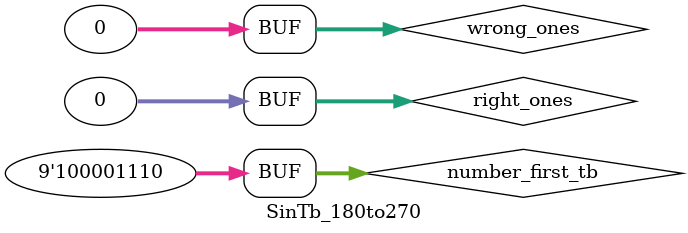
<source format=v>
`timescale 1ns / 1ps



module SinTb_180to270();

    reg [8:0]number_first_tb;
    wire whole_tb;
    wire [6:0]fraction_tb;
    wire sign_tb;
    reg [31:0]right_ones = 0;
    reg [31:0]wrong_ones = 0;
    
    Sin uut(.number_first(number_first_tb), 
            .whole(whole_tb), 
            .fraction(fraction_tb), 
            .sign(sign_tb)
            );
            
   initial begin
        number_first_tb = 180;
        //Exact Result = 0.0
        #5
        if((whole_tb == 0)&(fraction_tb == 0)&(sign_tb == 0)) begin
            right_ones = right_ones + 1;
        end
        if((whole_tb != 0)|(fraction_tb != 0)|(sign_tb != 0)) begin
            wrong_ones = wrong_ones + 1;
        end
        #5;
        number_first_tb = 181;
        //Exact Result = -0.017452406437283637
        #5
        if((whole_tb == 0)&(fraction_tb == 1)&(sign_tb == 1)) begin
            right_ones = right_ones + 1;
        end
        if((whole_tb != 0)|(fraction_tb != 1)|(sign_tb != 1)) begin
            wrong_ones = wrong_ones + 1;
        end
        #5;
        number_first_tb = 182;
        //Exact Result = -0.0348994967025009
        #5
        if((whole_tb == 0)&(fraction_tb == 3)&(sign_tb == 1)) begin
            right_ones = right_ones + 1;
        end
        if((whole_tb != 0)|(fraction_tb != 3)|(sign_tb != 1)) begin
            wrong_ones = wrong_ones + 1;
        end
        #5;
        number_first_tb = 183;
        //Exact Result = -0.052335956242943564
        #5
        if((whole_tb == 0)&(fraction_tb == 5)&(sign_tb == 1)) begin
            right_ones = right_ones + 1;
        end
        if((whole_tb != 0)|(fraction_tb != 5)|(sign_tb != 1)) begin
            wrong_ones = wrong_ones + 1;
        end
        #5;
        number_first_tb = 184;
        //Exact Result = -0.06975647374412527
        #5
        if((whole_tb == 0)&(fraction_tb == 6)&(sign_tb == 1)) begin
            right_ones = right_ones + 1;
        end
        if((whole_tb != 0)|(fraction_tb != 6)|(sign_tb != 1)) begin
            wrong_ones = wrong_ones + 1;
        end
        #5;
        number_first_tb = 185;
        //Exact Result = -0.08715574274765794
        #5
        if((whole_tb == 0)&(fraction_tb == 8)&(sign_tb == 1)) begin
            right_ones = right_ones + 1;
        end
        if((whole_tb != 0)|(fraction_tb != 8)|(sign_tb != 1)) begin
            wrong_ones = wrong_ones + 1;
        end
        #5;
        number_first_tb = 186;
        //Exact Result = -0.1045284632676535
        #5
        if((whole_tb == 0)&(fraction_tb == 10)&(sign_tb == 1)) begin
            right_ones = right_ones + 1;
        end
        if((whole_tb != 0)|(fraction_tb != 10)|(sign_tb != 1)) begin
            wrong_ones = wrong_ones + 1;
        end
        #5;
        number_first_tb = 187;
        //Exact Result = -0.12186934340514731
        #5
        if((whole_tb == 0)&(fraction_tb == 12)&(sign_tb == 1)) begin
            right_ones = right_ones + 1;
        end
        if((whole_tb != 0)|(fraction_tb != 12)|(sign_tb != 1)) begin
            wrong_ones = wrong_ones + 1;
        end
        #5;
        number_first_tb = 188;
        //Exact Result = -0.13917310096006552
        #5
        if((whole_tb == 0)&(fraction_tb == 13)&(sign_tb == 1)) begin
            right_ones = right_ones + 1;
        end
        if((whole_tb != 0)|(fraction_tb != 13)|(sign_tb != 1)) begin
            wrong_ones = wrong_ones + 1;
        end
        #5;
        number_first_tb = 189;
        //Exact Result = -0.15643446504023073
        #5
        if((whole_tb == 0)&(fraction_tb == 15)&(sign_tb == 1)) begin
            right_ones = right_ones + 1;
        end
        if((whole_tb != 0)|(fraction_tb != 15)|(sign_tb != 1)) begin
            wrong_ones = wrong_ones + 1;
        end
        #5;
        number_first_tb = 190;
        //Exact Result = -0.17364817766693047
        #5
        if((whole_tb == 0)&(fraction_tb == 17)&(sign_tb == 1)) begin
            right_ones = right_ones + 1;
        end
        if((whole_tb != 0)|(fraction_tb != 17)|(sign_tb != 1)) begin
            wrong_ones = wrong_ones + 1;
        end
        #5;
        number_first_tb = 191;
        //Exact Result = -0.19080899537654472
        #5
        if((whole_tb == 0)&(fraction_tb == 19)&(sign_tb == 1)) begin
            right_ones = right_ones + 1;
        end
        if((whole_tb != 0)|(fraction_tb != 19)|(sign_tb != 1)) begin
            wrong_ones = wrong_ones + 1;
        end
        #5;
        number_first_tb = 192;
        //Exact Result = -0.2079116908177595
        #5
        if((whole_tb == 0)&(fraction_tb == 20)&(sign_tb == 1)) begin
            right_ones = right_ones + 1;
        end
        if((whole_tb != 0)|(fraction_tb != 20)|(sign_tb != 1)) begin
            wrong_ones = wrong_ones + 1;
        end
        #5;
        number_first_tb = 193;
        //Exact Result = -0.22495105434386498
        #5
        if((whole_tb == 0)&(fraction_tb == 22)&(sign_tb == 1)) begin
            right_ones = right_ones + 1;
        end
        if((whole_tb != 0)|(fraction_tb != 22)|(sign_tb != 1)) begin
            wrong_ones = wrong_ones + 1;
        end
        #5;
        number_first_tb = 194;
        //Exact Result = -0.2419218955996675
        #5
        if((whole_tb == 0)&(fraction_tb == 24)&(sign_tb == 1)) begin
            right_ones = right_ones + 1;
        end
        if((whole_tb != 0)|(fraction_tb != 24)|(sign_tb != 1)) begin
            wrong_ones = wrong_ones + 1;
        end
        #5;
        number_first_tb = 195;
        //Exact Result = -0.2588190451025208
        #5
        if((whole_tb == 0)&(fraction_tb == 25)&(sign_tb == 1)) begin
            right_ones = right_ones + 1;
        end
        if((whole_tb != 0)|(fraction_tb != 25)|(sign_tb != 1)) begin
            wrong_ones = wrong_ones + 1;
        end
        #5;
        number_first_tb = 196;
        //Exact Result = -0.275637355816999
        #5
        if((whole_tb == 0)&(fraction_tb == 27)&(sign_tb == 1)) begin
            right_ones = right_ones + 1;
        end
        if((whole_tb != 0)|(fraction_tb != 27)|(sign_tb != 1)) begin
            wrong_ones = wrong_ones + 1;
        end
        #5;
        number_first_tb = 197;
        //Exact Result = -0.29237170472273677
        #5
        if((whole_tb == 0)&(fraction_tb == 29)&(sign_tb == 1)) begin
            right_ones = right_ones + 1;
        end
        if((whole_tb != 0)|(fraction_tb != 29)|(sign_tb != 1)) begin
            wrong_ones = wrong_ones + 1;
        end
        #5;
        number_first_tb = 198;
        //Exact Result = -0.3090169943749473
        #5
        if((whole_tb == 0)&(fraction_tb == 30)&(sign_tb == 1)) begin
            right_ones = right_ones + 1;
        end
        if((whole_tb != 0)|(fraction_tb != 30)|(sign_tb != 1)) begin
            wrong_ones = wrong_ones + 1;
        end
        #5;
        number_first_tb = 199;
        //Exact Result = -0.32556815445715676
        #5
        if((whole_tb == 0)&(fraction_tb == 32)&(sign_tb == 1)) begin
            right_ones = right_ones + 1;
        end
        if((whole_tb != 0)|(fraction_tb != 32)|(sign_tb != 1)) begin
            wrong_ones = wrong_ones + 1;
        end
        #5;
        number_first_tb = 200;
        //Exact Result = -0.34202014332566866
        #5
        if((whole_tb == 0)&(fraction_tb == 34)&(sign_tb == 1)) begin
            right_ones = right_ones + 1;
        end
        if((whole_tb != 0)|(fraction_tb != 34)|(sign_tb != 1)) begin
            wrong_ones = wrong_ones + 1;
        end
        #5;
        number_first_tb = 201;
        //Exact Result = -0.35836794954530043
        #5
        if((whole_tb == 0)&(fraction_tb == 35)&(sign_tb == 1)) begin
            right_ones = right_ones + 1;
        end
        if((whole_tb != 0)|(fraction_tb != 35)|(sign_tb != 1)) begin
            wrong_ones = wrong_ones + 1;
        end
        #5;
        number_first_tb = 202;
        //Exact Result = -0.374606593415912
        #5
        if((whole_tb == 0)&(fraction_tb == 37)&(sign_tb == 1)) begin
            right_ones = right_ones + 1;
        end
        if((whole_tb != 0)|(fraction_tb != 37)|(sign_tb != 1)) begin
            wrong_ones = wrong_ones + 1;
        end
        #5;
        number_first_tb = 203;
        //Exact Result = -0.39073112848927355
        #5
        if((whole_tb == 0)&(fraction_tb == 39)&(sign_tb == 1)) begin
            right_ones = right_ones + 1;
        end
        if((whole_tb != 0)|(fraction_tb != 39)|(sign_tb != 1)) begin
            wrong_ones = wrong_ones + 1;
        end
        #5;
        number_first_tb = 204;
        //Exact Result = -0.4067366430758002
        #5
        if((whole_tb == 0)&(fraction_tb == 40)&(sign_tb == 1)) begin
            right_ones = right_ones + 1;
        end
        if((whole_tb != 0)|(fraction_tb != 40)|(sign_tb != 1)) begin
            wrong_ones = wrong_ones + 1;
        end
        #5;
        number_first_tb = 205;
        //Exact Result = -0.4226182617406993
        #5
        if((whole_tb == 0)&(fraction_tb == 42)&(sign_tb == 1)) begin
            right_ones = right_ones + 1;
        end
        if((whole_tb != 0)|(fraction_tb != 42)|(sign_tb != 1)) begin
            wrong_ones = wrong_ones + 1;
        end
        #5;
        number_first_tb = 206;
        //Exact Result = -0.43837114678907746
        #5
        if((whole_tb == 0)&(fraction_tb == 43)&(sign_tb == 1)) begin
            right_ones = right_ones + 1;
        end
        if((whole_tb != 0)|(fraction_tb != 43)|(sign_tb != 1)) begin
            wrong_ones = wrong_ones + 1;
        end
        #5;
        number_first_tb = 207;
        //Exact Result = -0.45399049973954664
        #5
        if((whole_tb == 0)&(fraction_tb == 45)&(sign_tb == 1)) begin
            right_ones = right_ones + 1;
        end
        if((whole_tb != 0)|(fraction_tb != 45)|(sign_tb != 1)) begin
            wrong_ones = wrong_ones + 1;
        end
        #5;
        number_first_tb = 208;
        //Exact Result = -0.46947156278589086
        #5
        if((whole_tb == 0)&(fraction_tb == 46)&(sign_tb == 1)) begin
            right_ones = right_ones + 1;
        end
        if((whole_tb != 0)|(fraction_tb != 46)|(sign_tb != 1)) begin
            wrong_ones = wrong_ones + 1;
        end
        #5;
        number_first_tb = 209;
        //Exact Result = -0.48480962024633695
        #5
        if((whole_tb == 0)&(fraction_tb == 48)&(sign_tb == 1)) begin
            right_ones = right_ones + 1;
        end
        if((whole_tb != 0)|(fraction_tb != 48)|(sign_tb != 1)) begin
            wrong_ones = wrong_ones + 1;
        end
        #5;
        number_first_tb = 210;
        //Exact Result = -0.5000000000000001
        #5
        if((whole_tb == 0)&(fraction_tb == 50)&(sign_tb == 1)) begin
            right_ones = right_ones + 1;
        end
        if((whole_tb != 0)|(fraction_tb != 50)|(sign_tb != 1)) begin
            wrong_ones = wrong_ones + 1;
        end
        #5;
        number_first_tb = 211;
        //Exact Result = -0.5150380749100542
        #5
        if((whole_tb == 0)&(fraction_tb == 51)&(sign_tb == 1)) begin
            right_ones = right_ones + 1;
        end
        if((whole_tb != 0)|(fraction_tb != 51)|(sign_tb != 1)) begin
            wrong_ones = wrong_ones + 1;
        end
        #5;
        number_first_tb = 212;
        //Exact Result = -0.5299192642332048
        #5
        if((whole_tb == 0)&(fraction_tb == 52)&(sign_tb == 1)) begin
            right_ones = right_ones + 1;
        end
        if((whole_tb != 0)|(fraction_tb != 52)|(sign_tb != 1)) begin
            wrong_ones = wrong_ones + 1;
        end
        #5;
        number_first_tb = 213;
        //Exact Result = -0.5446390350150271
        #5
        if((whole_tb == 0)&(fraction_tb == 54)&(sign_tb == 1)) begin
            right_ones = right_ones + 1;
        end
        if((whole_tb != 0)|(fraction_tb != 54)|(sign_tb != 1)) begin
            wrong_ones = wrong_ones + 1;
        end
        #5;
        number_first_tb = 214;
        //Exact Result = -0.5591929034707467
        #5
        if((whole_tb == 0)&(fraction_tb == 55)&(sign_tb == 1)) begin
            right_ones = right_ones + 1;
        end
        if((whole_tb != 0)|(fraction_tb != 55)|(sign_tb != 1)) begin
            wrong_ones = wrong_ones + 1;
        end
        #5;
        number_first_tb = 215;
        //Exact Result = -0.5735764363510462
        #5
        if((whole_tb == 0)&(fraction_tb == 57)&(sign_tb == 1)) begin
            right_ones = right_ones + 1;
        end
        if((whole_tb != 0)|(fraction_tb != 57)|(sign_tb != 1)) begin
            wrong_ones = wrong_ones + 1;
        end
        #5;
        number_first_tb = 216;
        //Exact Result = -0.587785252292473
        #5
        if((whole_tb == 0)&(fraction_tb == 58)&(sign_tb == 1)) begin
            right_ones = right_ones + 1;
        end
        if((whole_tb != 0)|(fraction_tb != 58)|(sign_tb != 1)) begin
            wrong_ones = wrong_ones + 1;
        end
        #5;
        number_first_tb = 217;
        //Exact Result = -0.6018150231520484
        #5
        if((whole_tb == 0)&(fraction_tb == 60)&(sign_tb == 1)) begin
            right_ones = right_ones + 1;
        end
        if((whole_tb != 0)|(fraction_tb != 60)|(sign_tb != 1)) begin
            wrong_ones = wrong_ones + 1;
        end
        #5;
        number_first_tb = 218;
        //Exact Result = -0.6156614753256582
        #5
        if((whole_tb == 0)&(fraction_tb == 61)&(sign_tb == 1)) begin
            right_ones = right_ones + 1;
        end
        if((whole_tb != 0)|(fraction_tb != 61)|(sign_tb != 1)) begin
            wrong_ones = wrong_ones + 1;
        end
        #5;
        number_first_tb = 219;
        //Exact Result = -0.6293203910498376
        #5
        if((whole_tb == 0)&(fraction_tb == 62)&(sign_tb == 1)) begin
            right_ones = right_ones + 1;
        end
        if((whole_tb != 0)|(fraction_tb != 62)|(sign_tb != 1)) begin
            wrong_ones = wrong_ones + 1;
        end
        #5;
        number_first_tb = 220;
        //Exact Result = -0.6427876096865393
        #5
        if((whole_tb == 0)&(fraction_tb == 64)&(sign_tb == 1)) begin
            right_ones = right_ones + 1;
        end
        if((whole_tb != 0)|(fraction_tb != 64)|(sign_tb != 1)) begin
            wrong_ones = wrong_ones + 1;
        end
        #5;
        number_first_tb = 221;
        //Exact Result = -0.656059028990507
        #5
        if((whole_tb == 0)&(fraction_tb == 65)&(sign_tb == 1)) begin
            right_ones = right_ones + 1;
        end
        if((whole_tb != 0)|(fraction_tb != 65)|(sign_tb != 1)) begin
            wrong_ones = wrong_ones + 1;
        end
        #5;
        number_first_tb = 222;
        //Exact Result = -0.6691306063588582
        #5
        if((whole_tb == 0)&(fraction_tb == 66)&(sign_tb == 1)) begin
            right_ones = right_ones + 1;
        end
        if((whole_tb != 0)|(fraction_tb != 66)|(sign_tb != 1)) begin
            wrong_ones = wrong_ones + 1;
        end
        #5;
        number_first_tb = 223;
        //Exact Result = -0.6819983600624984
        #5
        if((whole_tb == 0)&(fraction_tb == 68)&(sign_tb == 1)) begin
            right_ones = right_ones + 1;
        end
        if((whole_tb != 0)|(fraction_tb != 68)|(sign_tb != 1)) begin
            wrong_ones = wrong_ones + 1;
        end
        #5;
        number_first_tb = 224;
        //Exact Result = -0.6946583704589973
        #5
        if((whole_tb == 0)&(fraction_tb == 69)&(sign_tb == 1)) begin
            right_ones = right_ones + 1;
        end
        if((whole_tb != 0)|(fraction_tb != 69)|(sign_tb != 1)) begin
            wrong_ones = wrong_ones + 1;
        end
        #5;
        number_first_tb = 225;
        //Exact Result = -0.7071067811865475
        #5
        if((whole_tb == 0)&(fraction_tb == 70)&(sign_tb == 1)) begin
            right_ones = right_ones + 1;
        end
        if((whole_tb != 0)|(fraction_tb != 70)|(sign_tb != 1)) begin
            wrong_ones = wrong_ones + 1;
        end
        #5;
        number_first_tb = 226;
        //Exact Result = -0.7193398003386512
        #5
        if((whole_tb == 0)&(fraction_tb == 71)&(sign_tb == 1)) begin
            right_ones = right_ones + 1;
        end
        if((whole_tb != 0)|(fraction_tb != 71)|(sign_tb != 1)) begin
            wrong_ones = wrong_ones + 1;
        end
        #5;
        number_first_tb = 227;
        //Exact Result = -0.7313537016191705
        #5
        if((whole_tb == 0)&(fraction_tb == 73)&(sign_tb == 1)) begin
            right_ones = right_ones + 1;
        end
        if((whole_tb != 0)|(fraction_tb != 73)|(sign_tb != 1)) begin
            wrong_ones = wrong_ones + 1;
        end
        #5;
        number_first_tb = 228;
        //Exact Result = -0.7431448254773944
        #5
        if((whole_tb == 0)&(fraction_tb == 74)&(sign_tb == 1)) begin
            right_ones = right_ones + 1;
        end
        if((whole_tb != 0)|(fraction_tb != 74)|(sign_tb != 1)) begin
            wrong_ones = wrong_ones + 1;
        end
        #5;
        number_first_tb = 229;
        //Exact Result = -0.754709580222772
        #5
        if((whole_tb == 0)&(fraction_tb == 75)&(sign_tb == 1)) begin
            right_ones = right_ones + 1;
        end
        if((whole_tb != 0)|(fraction_tb != 75)|(sign_tb != 1)) begin
            wrong_ones = wrong_ones + 1;
        end
        #5;
        number_first_tb = 230;
        //Exact Result = -0.7660444431189779
        #5
        if((whole_tb == 0)&(fraction_tb == 76)&(sign_tb == 1)) begin
            right_ones = right_ones + 1;
        end
        if((whole_tb != 0)|(fraction_tb != 76)|(sign_tb != 1)) begin
            wrong_ones = wrong_ones + 1;
        end
        #5;
        number_first_tb = 231;
        //Exact Result = -0.7771459614569706
        #5
        if((whole_tb == 0)&(fraction_tb == 77)&(sign_tb == 1)) begin
            right_ones = right_ones + 1;
        end
        if((whole_tb != 0)|(fraction_tb != 77)|(sign_tb != 1)) begin
            wrong_ones = wrong_ones + 1;
        end
        #5;
        number_first_tb = 232;
        //Exact Result = -0.7880107536067221
        #5
        if((whole_tb == 0)&(fraction_tb == 78)&(sign_tb == 1)) begin
            right_ones = right_ones + 1;
        end
        if((whole_tb != 0)|(fraction_tb != 78)|(sign_tb != 1)) begin
            wrong_ones = wrong_ones + 1;
        end
        #5;
        number_first_tb = 233;
        //Exact Result = -0.7986355100472928
        #5
        if((whole_tb == 0)&(fraction_tb == 79)&(sign_tb == 1)) begin
            right_ones = right_ones + 1;
        end
        if((whole_tb != 0)|(fraction_tb != 79)|(sign_tb != 1)) begin
            wrong_ones = wrong_ones + 1;
        end
        #5;
        number_first_tb = 234;
        //Exact Result = -0.8090169943749473
        #5
        if((whole_tb == 0)&(fraction_tb == 80)&(sign_tb == 1)) begin
            right_ones = right_ones + 1;
        end
        if((whole_tb != 0)|(fraction_tb != 80)|(sign_tb != 1)) begin
            wrong_ones = wrong_ones + 1;
        end
        #5;
        number_first_tb = 235;
        //Exact Result = -0.8191520442889916
        #5
        if((whole_tb == 0)&(fraction_tb == 81)&(sign_tb == 1)) begin
            right_ones = right_ones + 1;
        end
        if((whole_tb != 0)|(fraction_tb != 81)|(sign_tb != 1)) begin
            wrong_ones = wrong_ones + 1;
        end
        #5;
        number_first_tb = 236;
        //Exact Result = -0.8290375725550418
        #5
        if((whole_tb == 0)&(fraction_tb == 82)&(sign_tb == 1)) begin
            right_ones = right_ones + 1;
        end
        if((whole_tb != 0)|(fraction_tb != 82)|(sign_tb != 1)) begin
            wrong_ones = wrong_ones + 1;
        end
        #5;
        number_first_tb = 237;
        //Exact Result = -0.8386705679454242
        #5
        if((whole_tb == 0)&(fraction_tb == 83)&(sign_tb == 1)) begin
            right_ones = right_ones + 1;
        end
        if((whole_tb != 0)|(fraction_tb != 83)|(sign_tb != 1)) begin
            wrong_ones = wrong_ones + 1;
        end
        #5;
        number_first_tb = 238;
        //Exact Result = -0.848048096156426
        #5
        if((whole_tb == 0)&(fraction_tb == 84)&(sign_tb == 1)) begin
            right_ones = right_ones + 1;
        end
        if((whole_tb != 0)|(fraction_tb != 84)|(sign_tb != 1)) begin
            wrong_ones = wrong_ones + 1;
        end
        #5;
        number_first_tb = 239;
        //Exact Result = -0.8571673007021121
        #5
        if((whole_tb == 0)&(fraction_tb == 85)&(sign_tb == 1)) begin
            right_ones = right_ones + 1;
        end
        if((whole_tb != 0)|(fraction_tb != 85)|(sign_tb != 1)) begin
            wrong_ones = wrong_ones + 1;
        end
        #5;
        number_first_tb = 240;
        //Exact Result = -0.8660254037844385
        #5
        if((whole_tb == 0)&(fraction_tb == 86)&(sign_tb == 1)) begin
            right_ones = right_ones + 1;
        end
        if((whole_tb != 0)|(fraction_tb != 86)|(sign_tb != 1)) begin
            wrong_ones = wrong_ones + 1;
        end
        #5;
        number_first_tb = 241;
        //Exact Result = -0.8746197071393959
        #5
        if((whole_tb == 0)&(fraction_tb == 87)&(sign_tb == 1)) begin
            right_ones = right_ones + 1;
        end
        if((whole_tb != 0)|(fraction_tb != 87)|(sign_tb != 1)) begin
            wrong_ones = wrong_ones + 1;
        end
        #5;
        number_first_tb = 242;
        //Exact Result = -0.882947592858927
        #5
        if((whole_tb == 0)&(fraction_tb == 88)&(sign_tb == 1)) begin
            right_ones = right_ones + 1;
        end
        if((whole_tb != 0)|(fraction_tb != 88)|(sign_tb != 1)) begin
            wrong_ones = wrong_ones + 1;
        end
        #5;
        number_first_tb = 243;
        //Exact Result = -0.8910065241883678
        #5
        if((whole_tb == 0)&(fraction_tb == 89)&(sign_tb == 1)) begin
            right_ones = right_ones + 1;
        end
        if((whole_tb != 0)|(fraction_tb != 89)|(sign_tb != 1)) begin
            wrong_ones = wrong_ones + 1;
        end
        #5;
        number_first_tb = 244;
        //Exact Result = -0.8987940462991668
        #5
        if((whole_tb == 0)&(fraction_tb == 89)&(sign_tb == 1)) begin
            right_ones = right_ones + 1;
        end
        if((whole_tb != 0)|(fraction_tb != 89)|(sign_tb != 1)) begin
            wrong_ones = wrong_ones + 1;
        end
        #5;
        number_first_tb = 245;
        //Exact Result = -0.9063077870366502
        #5
        if((whole_tb == 0)&(fraction_tb == 90)&(sign_tb == 1)) begin
            right_ones = right_ones + 1;
        end
        if((whole_tb != 0)|(fraction_tb != 90)|(sign_tb != 1)) begin
            wrong_ones = wrong_ones + 1;
        end
        #5;
        number_first_tb = 246;
        //Exact Result = -0.913545457642601
        #5
        if((whole_tb == 0)&(fraction_tb == 91)&(sign_tb == 1)) begin
            right_ones = right_ones + 1;
        end
        if((whole_tb != 0)|(fraction_tb != 91)|(sign_tb != 1)) begin
            wrong_ones = wrong_ones + 1;
        end
        #5;
        number_first_tb = 247;
        //Exact Result = -0.9205048534524403
        #5
        if((whole_tb == 0)&(fraction_tb == 92)&(sign_tb == 1)) begin
            right_ones = right_ones + 1;
        end
        if((whole_tb != 0)|(fraction_tb != 92)|(sign_tb != 1)) begin
            wrong_ones = wrong_ones + 1;
        end
        #5;
        number_first_tb = 248;
        //Exact Result = -0.9271838545667873
        #5
        if((whole_tb == 0)&(fraction_tb == 92)&(sign_tb == 1)) begin
            right_ones = right_ones + 1;
        end
        if((whole_tb != 0)|(fraction_tb != 92)|(sign_tb != 1)) begin
            wrong_ones = wrong_ones + 1;
        end
        #5;
        number_first_tb = 249;
        //Exact Result = -0.9335804264972016
        #5
        if((whole_tb == 0)&(fraction_tb == 93)&(sign_tb == 1)) begin
            right_ones = right_ones + 1;
        end
        if((whole_tb != 0)|(fraction_tb != 93)|(sign_tb != 1)) begin
            wrong_ones = wrong_ones + 1;
        end
        #5;
        number_first_tb = 250;
        //Exact Result = -0.9396926207859084
        #5
        if((whole_tb == 0)&(fraction_tb == 93)&(sign_tb == 1)) begin
            right_ones = right_ones + 1;
        end
        if((whole_tb != 0)|(fraction_tb != 93)|(sign_tb != 1)) begin
            wrong_ones = wrong_ones + 1;
        end
        #5;
        number_first_tb = 251;
        //Exact Result = -0.9455185755993168
        #5
        if((whole_tb == 0)&(fraction_tb == 94)&(sign_tb == 1)) begin
            right_ones = right_ones + 1;
        end
        if((whole_tb != 0)|(fraction_tb != 94)|(sign_tb != 1)) begin
            wrong_ones = wrong_ones + 1;
        end
        #5;
        number_first_tb = 252;
        //Exact Result = -0.9510565162951535
        #5
        if((whole_tb == 0)&(fraction_tb == 95)&(sign_tb == 1)) begin
            right_ones = right_ones + 1;
        end
        if((whole_tb != 0)|(fraction_tb != 95)|(sign_tb != 1)) begin
            wrong_ones = wrong_ones + 1;
        end
        #5;
        number_first_tb = 253;
        //Exact Result = -0.9563047559630353
        #5
        if((whole_tb == 0)&(fraction_tb == 95)&(sign_tb == 1)) begin
            right_ones = right_ones + 1;
        end
        if((whole_tb != 0)|(fraction_tb != 95)|(sign_tb != 1)) begin
            wrong_ones = wrong_ones + 1;
        end
        #5;
        number_first_tb = 254;
        //Exact Result = -0.961261695938319
        #5
        if((whole_tb == 0)&(fraction_tb == 96)&(sign_tb == 1)) begin
            right_ones = right_ones + 1;
        end
        if((whole_tb != 0)|(fraction_tb != 96)|(sign_tb != 1)) begin
            wrong_ones = wrong_ones + 1;
        end
        #5;
        number_first_tb = 255;
        //Exact Result = -0.9659258262890683
        #5
        if((whole_tb == 0)&(fraction_tb == 96)&(sign_tb == 1)) begin
            right_ones = right_ones + 1;
        end
        if((whole_tb != 0)|(fraction_tb != 96)|(sign_tb != 1)) begin
            wrong_ones = wrong_ones + 1;
        end
        #5;
        number_first_tb = 256;
        //Exact Result = -0.9702957262759965
        #5
        if((whole_tb == 0)&(fraction_tb == 97)&(sign_tb == 1)) begin
            right_ones = right_ones + 1;
        end
        if((whole_tb != 0)|(fraction_tb != 97)|(sign_tb != 1)) begin
            wrong_ones = wrong_ones + 1;
        end
        #5;
        number_first_tb = 257;
        //Exact Result = -0.9743700647852351
        #5
        if((whole_tb == 0)&(fraction_tb == 97)&(sign_tb == 1)) begin
            right_ones = right_ones + 1;
        end
        if((whole_tb != 0)|(fraction_tb != 97)|(sign_tb != 1)) begin
            wrong_ones = wrong_ones + 1;
        end
        #5;
        number_first_tb = 258;
        //Exact Result = -0.9781476007338056
        #5
        if((whole_tb == 0)&(fraction_tb == 97)&(sign_tb == 1)) begin
            right_ones = right_ones + 1;
        end
        if((whole_tb != 0)|(fraction_tb != 97)|(sign_tb != 1)) begin
            wrong_ones = wrong_ones + 1;
        end
        #5;
        number_first_tb = 259;
        //Exact Result = -0.981627183447664
        #5
        if((whole_tb == 0)&(fraction_tb == 98)&(sign_tb == 1)) begin
            right_ones = right_ones + 1;
        end
        if((whole_tb != 0)|(fraction_tb != 98)|(sign_tb != 1)) begin
            wrong_ones = wrong_ones + 1;
        end
        #5;
        number_first_tb = 260;
        //Exact Result = -0.984807753012208
        #5
        if((whole_tb == 0)&(fraction_tb == 98)&(sign_tb == 1)) begin
            right_ones = right_ones + 1;
        end
        if((whole_tb != 0)|(fraction_tb != 98)|(sign_tb != 1)) begin
            wrong_ones = wrong_ones + 1;
        end
        #5;
        number_first_tb = 261;
        //Exact Result = -0.9876883405951377
        #5
        if((whole_tb == 0)&(fraction_tb == 98)&(sign_tb == 1)) begin
            right_ones = right_ones + 1;
        end
        if((whole_tb != 0)|(fraction_tb != 98)|(sign_tb != 1)) begin
            wrong_ones = wrong_ones + 1;
        end
        #5;
        number_first_tb = 262;
        //Exact Result = -0.9902680687415703
        #5
        if((whole_tb == 0)&(fraction_tb == 99)&(sign_tb == 1)) begin
            right_ones = right_ones + 1;
        end
        if((whole_tb != 0)|(fraction_tb != 99)|(sign_tb != 1)) begin
            wrong_ones = wrong_ones + 1;
        end
        #5;
        number_first_tb = 263;
        //Exact Result = -0.9925461516413221
        #5
        if((whole_tb == 0)&(fraction_tb == 99)&(sign_tb == 1)) begin
            right_ones = right_ones + 1;
        end
        if((whole_tb != 0)|(fraction_tb != 99)|(sign_tb != 1)) begin
            wrong_ones = wrong_ones + 1;
        end
        #5;
        number_first_tb = 264;
        //Exact Result = -0.9945218953682734
        #5
        if((whole_tb == 0)&(fraction_tb == 99)&(sign_tb == 1)) begin
            right_ones = right_ones + 1;
        end
        if((whole_tb != 0)|(fraction_tb != 99)|(sign_tb != 1)) begin
            wrong_ones = wrong_ones + 1;
        end
        #5;
        number_first_tb = 265;
        //Exact Result = -0.9961946980917455
        #5
        if((whole_tb == 0)&(fraction_tb == 99)&(sign_tb == 1)) begin
            right_ones = right_ones + 1;
        end
        if((whole_tb != 0)|(fraction_tb != 99)|(sign_tb != 1)) begin
            wrong_ones = wrong_ones + 1;
        end
        #5;
        number_first_tb = 266;
        //Exact Result = -0.9975640502598242
        #5
        if((whole_tb == 0)&(fraction_tb == 99)&(sign_tb == 1)) begin
            right_ones = right_ones + 1;
        end
        if((whole_tb != 0)|(fraction_tb != 99)|(sign_tb != 1)) begin
            wrong_ones = wrong_ones + 1;
        end
        #5;
        number_first_tb = 267;
        //Exact Result = -0.9986295347545738
        #5
        if((whole_tb == 0)&(fraction_tb == 99)&(sign_tb == 1)) begin
            right_ones = right_ones + 1;
        end
        if((whole_tb != 0)|(fraction_tb != 99)|(sign_tb != 1)) begin
            wrong_ones = wrong_ones + 1;
        end
        #5;
        number_first_tb = 268;
        //Exact Result = -0.9993908270190958
        #5
        if((whole_tb == 0)&(fraction_tb == 99)&(sign_tb == 1)) begin
            right_ones = right_ones + 1;
        end
        if((whole_tb != 0)|(fraction_tb != 99)|(sign_tb != 1)) begin
            wrong_ones = wrong_ones + 1;
        end
        #5;
        number_first_tb = 269;
        //Exact Result = -0.9998476951563913
        #5
        if((whole_tb == 0)&(fraction_tb == 99)&(sign_tb == 1)) begin
            right_ones = right_ones + 1;
        end
        if((whole_tb != 0)|(fraction_tb != 99)|(sign_tb != 1)) begin
            wrong_ones = wrong_ones + 1;
        end
        #5;
        number_first_tb = 270;
        //Exact Result = -1.0
        #5
        if((whole_tb == 1)&(fraction_tb == 0)&(sign_tb == 1)) begin
            right_ones = right_ones + 1;
        end
        if((whole_tb != 1)|(fraction_tb != 0)|(sign_tb != 1)) begin
            wrong_ones = wrong_ones + 1;
        end
        #5; 
   end         

endmodule

</source>
